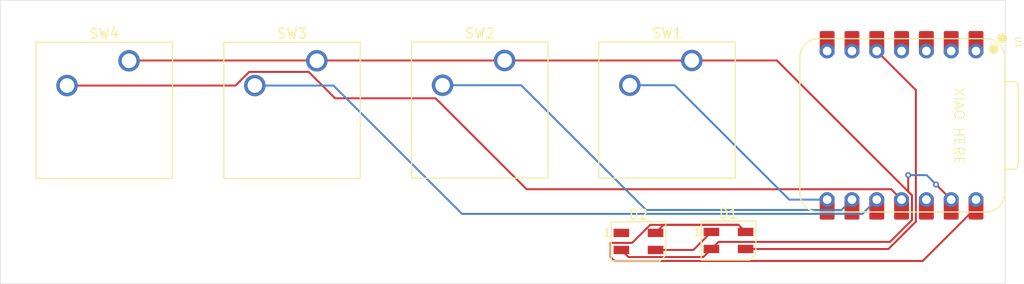
<source format=kicad_pcb>
(kicad_pcb (version 20241229) (generator "pcbnew") (generator_version "9.0")
  (layers (0 "F.Cu" signal) (2 "B.Cu" signal) (13 "F.Paste" user) (15 "B.Paste" user) (5 "F.SilkS" user "F.Silkscreen") (7 "B.SilkS" user "B.Silkscreen") (1 "F.Mask" user) (3 "B.Mask" user) (25 "Edge.Cuts" user))
  (net 0 "")
  (net 1 "Net-(D1-DOUT)")
  (net 2 "+5V")
  (net 3 "Net-(D1-DIN)")
  (net 4 "GND")
  (net 6 "Net-(U1-GPIO1{slash}RX)")
  (net 7 "Net-(U1-GPIO2{slash}SCK)")
  (net 8 "Net-(U1-GPIO4{slash}MISO)")
  (net 9 "Net-(U1-GPIO3{slash}MOSI)")
  (footprint "LED_SMD:LED_SK6812MINI_PLCC4_3.5x3.5mm_P1.75mm" (layer "F.Cu") (at 135.3 84.38)
    (property "Reference" "D2" (at 0 -2.75 0) (layer "F.SilkS"))
    (property "Value" "SK6812MINI")
    (fp_line (start -2.8 -2) (end -2.8 2) (stroke (width 0.12)) (layer "F.SilkS"))
    (fp_line (start -2.8 -2) (end 2.8 -2) (stroke (width 0.12)) (layer "F.SilkS"))
    (fp_line (start -2.8 2) (end 2.2 2) (stroke (width 0.12)) (layer "F.SilkS"))
    (fp_line (start 2.8 1.4) (end 2.2 2) (stroke (width 0.12)) (layer "F.SilkS"))
    (fp_line (start 2.8 1.4) (end 2.8 -2) (stroke (width 0.12)) (layer "F.SilkS"))
    (fp_text user "1" (at -3.2 -0.875 0) (layer "F.SilkS") (effects (font (size 0.8 0.8))))
    (pad "1" smd rect (at -1.75 -0.875) (size 1.6 0.85) (layers "F.Cu" "F.Mask" "F.Paste"))
    (pad "2" smd rect (at -1.75 0.875) (size 1.6 0.85) (layers "F.Cu" "F.Mask" "F.Paste") (net 4 "GND"))
    (pad "3" smd rect (at 1.75 0.875) (size 1.6 0.85) (layers "F.Cu" "F.Mask" "F.Paste") (net 1 "Net-(D1-DOUT)"))
    (pad "4" smd rect (at 1.75 -0.875) (size 1.6 0.85) (layers "F.Cu" "F.Mask" "F.Paste") (net 2 "+5V"))
  )
  (footprint "Button_Switch_Keyboard:SW_Cherry_MX_1.00u_PCB" (layer "F.Cu") (at 102.37 65.85)
    (property "Reference" "SW3" (at -2.54 -2.794 0) (layer "F.SilkS"))
    (property "Value" "SW_Push")
    (fp_line (start -9.525 -1.905) (end 4.445 -1.905) (stroke (width 0.12)) (layer "F.SilkS"))
    (fp_line (start -9.525 12.065) (end -9.525 -1.905) (stroke (width 0.12)) (layer "F.SilkS"))
    (fp_line (start 4.445 -1.905) (end 4.445 12.065) (stroke (width 0.12)) (layer "F.SilkS"))
    (fp_line (start 4.445 12.065) (end -9.525 12.065) (stroke (width 0.12)) (layer "F.SilkS"))
    (pad "" np_thru_hole circle (at -7.62 5.08) (size 1.7 1.7) (drill 1.7) (layers "*.Cu" "*.Mask"))
    (pad "" np_thru_hole circle (at -2.54 5.08) (size 4 4) (drill 4) (layers "*.Cu" "*.Mask"))
    (pad "" np_thru_hole circle (at 2.54 5.08) (size 1.7 1.7) (drill 1.7) (layers "*.Cu" "*.Mask"))
    (pad "1" thru_hole circle (at 0 0) (size 2.2 2.2) (drill 1.5) (layers "*.Cu" "*.Mask") (net 4 "GND"))
    (pad "2" thru_hole circle (at -6.35 2.54) (size 2.2 2.2) (drill 1.5) (layers "*.Cu" "*.Mask") (net 8 "Net-(U1-GPIO4{slash}MISO)"))
  )
  (footprint "OPL:XIAO-RP2040-DIP" (layer "F.Cu") (at 162.24 72.47 -90)
    (property "Reference" "U1" (at -8.5 -12 270) (layer "F.SilkS") (effects (font (size 0.635 0.635) (thickness 0.1016))))
    (property "Value" "XIAO-RP2040-DIP")
    (fp_line (start -6.985 10.414) (end 6.985 10.414) (stroke (width 0.127)) (layer "F.SilkS"))
    (fp_line (start -8.89 8.509) (end -8.89 -8.636) (stroke (width 0.127)) (layer "F.SilkS"))
    (fp_line (start 8.89 8.509) (end 8.89 -8.636) (stroke (width 0.127)) (layer "F.SilkS"))
    (fp_line (start -4.495 -10.541) (end -4.491272 -11.451272) (stroke (width 0.127)) (layer "F.SilkS"))
    (fp_line (start 6.985 -10.541) (end -6.985 -10.541) (stroke (width 0.1)) (layer "F.SilkS"))
    (fp_line (start 6.985 -10.541) (end -6.985 -10.541) (stroke (width 0.127)) (layer "F.SilkS"))
    (fp_line (start 4.504 -11.451) (end 4.504 -10.541) (stroke (width 0.127)) (layer "F.SilkS"))
    (fp_line (start -3.991272 -11.951) (end 4.004 -11.951) (stroke (width 0.127)) (layer "F.SilkS"))
    (fp_arc (start -6.985 10.414) (mid -8.332038 9.856038) (end -8.89 8.509) (stroke (width 0.127)) (layer "F.SilkS"))
    (fp_arc (start 8.89 8.509) (mid 8.332038 9.856038) (end 6.985 10.414) (stroke (width 0.127)) (layer "F.SilkS"))
    (fp_arc (start -8.89 -8.636) (mid -8.332038 -9.983038) (end -6.985 -10.541) (stroke (width 0.127)) (layer "F.SilkS"))
    (fp_arc (start 6.985 -10.541) (mid 8.332038 -9.983038) (end 8.89 -8.636) (stroke (width 0.127)) (layer "F.SilkS"))
    (fp_arc (start -4.491272 -11.451272) (mid -4.344728 -11.80464) (end -3.991272 -11.951) (stroke (width 0.127)) (layer "F.SilkS"))
    (fp_arc (start 4.004 -11.951) (mid 4.357553 -11.804553) (end 4.504 -11.451) (stroke (width 0.127)) (layer "F.SilkS"))
    (fp_circle (center -7.807 -9.42) (end -7.807 -9.674) (stroke (width 0.5)) (fill yes) (layer "F.SilkS"))
    (fp_circle (center -8.95 -10.3) (end -8.95 -10.554) (stroke (width 0.5)) (fill yes) (layer "F.SilkS"))
    (pad "1" smd roundrect (at -8.455 -7.62 90) (size 2.432 1.524) (layers "F.Cu" "F.Mask") (roundrect_rratio 0.1))
    (pad "1" thru_hole circle (at -7.62 -7.62 90) (size 1.524 1.524) (drill 0.889) (layers "*.Cu" "*.Mask"))
    (pad "2" smd roundrect (at -8.455 -5.08 90) (size 2.432 1.524) (layers "F.Cu" "F.Mask") (roundrect_rratio 0.1))
    (pad "2" thru_hole circle (at -7.62 -5.08 90) (size 1.524 1.524) (drill 0.889) (layers "*.Cu" "*.Mask"))
    (pad "3" smd roundrect (at -8.455 -2.54 90) (size 2.432 1.524) (layers "F.Cu" "F.Mask") (roundrect_rratio 0.1))
    (pad "3" thru_hole circle (at -7.62 -2.54 90) (size 1.524 1.524) (drill 0.889) (layers "*.Cu" "*.Mask"))
    (pad "4" smd roundrect (at -8.455 0 90) (size 2.432 1.524) (layers "F.Cu" "F.Mask") (roundrect_rratio 0.1))
    (pad "4" thru_hole circle (at -7.62 0 90) (size 1.524 1.524) (drill 0.889) (layers "*.Cu" "*.Mask"))
    (pad "5" smd roundrect (at -8.455 2.54 90) (size 2.432 1.524) (layers "F.Cu" "F.Mask") (roundrect_rratio 0.1) (net 3 "Net-(D1-DIN)"))
    (pad "5" thru_hole circle (at -7.62 2.54 90) (size 1.524 1.524) (drill 0.889) (layers "*.Cu" "*.Mask") (net 3 "Net-(D1-DIN)"))
    (pad "6" smd roundrect (at -8.455 5.08 90) (size 2.432 1.524) (layers "F.Cu" "F.Mask") (roundrect_rratio 0.1))
    (pad "6" thru_hole circle (at -7.62 5.08 90) (size 1.524 1.524) (drill 0.889) (layers "*.Cu" "*.Mask"))
    (pad "7" smd roundrect (at -8.455 7.62 90) (size 2.432 1.524) (layers "F.Cu" "F.Mask") (roundrect_rratio 0.1))
    (pad "7" thru_hole circle (at -7.62 7.62 90) (size 1.524 1.524) (drill 0.889) (layers "*.Cu" "*.Mask"))
    (pad "8" thru_hole circle (at 7.62 7.62 270) (size 1.524 1.524) (drill 0.889) (layers "*.Cu" "*.Mask") (net 6 "Net-(U1-GPIO1{slash}RX)"))
    (pad "8" smd roundrect (at 8.455 7.62 270) (size 2.432 1.524) (layers "F.Cu" "F.Mask") (roundrect_rratio 0.1) (net 6 "Net-(U1-GPIO1{slash}RX)"))
    (pad "9" thru_hole circle (at 7.62 5.08 270) (size 1.524 1.524) (drill 0.889) (layers "*.Cu" "*.Mask") (net 7 "Net-(U1-GPIO2{slash}SCK)"))
    (pad "9" smd roundrect (at 8.455 5.08 270) (size 2.432 1.524) (layers "F.Cu" "F.Mask") (roundrect_rratio 0.1) (net 7 "Net-(U1-GPIO2{slash}SCK)"))
    (pad "10" thru_hole circle (at 7.62 2.54 270) (size 1.524 1.524) (drill 0.889) (layers "*.Cu" "*.Mask") (net 8 "Net-(U1-GPIO4{slash}MISO)"))
    (pad "10" smd roundrect (at 8.455 2.54 270) (size 2.432 1.524) (layers "F.Cu" "F.Mask") (roundrect_rratio 0.1) (net 8 "Net-(U1-GPIO4{slash}MISO)"))
    (pad "11" thru_hole circle (at 7.62 0 270) (size 1.524 1.524) (drill 0.889) (layers "*.Cu" "*.Mask") (net 9 "Net-(U1-GPIO3{slash}MOSI)"))
    (pad "11" smd roundrect (at 8.455 0 270) (size 2.432 1.524) (layers "F.Cu" "F.Mask") (roundrect_rratio 0.1) (net 9 "Net-(U1-GPIO3{slash}MOSI)"))
    (pad "12" thru_hole circle (at 7.62 -2.54 270) (size 1.524 1.524) (drill 0.889) (layers "*.Cu" "*.Mask"))
    (pad "12" smd roundrect (at 8.455 -2.54 270) (size 2.432 1.524) (layers "F.Cu" "F.Mask") (roundrect_rratio 0.1))
    (pad "13" thru_hole circle (at 7.62 -5.08 270) (size 1.524 1.524) (drill 0.889) (layers "*.Cu" "*.Mask") (net 4 "GND"))
    (pad "13" smd roundrect (at 8.455 -5.08 270) (size 2.432 1.524) (layers "F.Cu" "F.Mask") (roundrect_rratio 0.1) (net 4 "GND"))
    (pad "14" thru_hole circle (at 7.62 -7.62 270) (size 1.524 1.524) (drill 0.889) (layers "*.Cu" "*.Mask") (net 2 "+5V"))
    (pad "14" smd roundrect (at 8.455 -7.62 270) (size 2.432 1.524) (layers "F.Cu" "F.Mask") (roundrect_rratio 0.1) (net 2 "+5V"))
  )
  (footprint "Button_Switch_Keyboard:SW_Cherry_MX_1.00u_PCB" (layer "F.Cu") (at 83.14 65.85)
    (property "Reference" "SW4" (at -2.54 -2.794 0) (layer "F.SilkS"))
    (property "Value" "SW_Push")
    (fp_line (start -9.525 -1.905) (end 4.445 -1.905) (stroke (width 0.12)) (layer "F.SilkS"))
    (fp_line (start -9.525 12.065) (end -9.525 -1.905) (stroke (width 0.12)) (layer "F.SilkS"))
    (fp_line (start 4.445 -1.905) (end 4.445 12.065) (stroke (width 0.12)) (layer "F.SilkS"))
    (fp_line (start 4.445 12.065) (end -9.525 12.065) (stroke (width 0.12)) (layer "F.SilkS"))
    (pad "" np_thru_hole circle (at -7.62 5.08) (size 1.7 1.7) (drill 1.7) (layers "*.Cu" "*.Mask"))
    (pad "" np_thru_hole circle (at -2.54 5.08) (size 4 4) (drill 4) (layers "*.Cu" "*.Mask"))
    (pad "" np_thru_hole circle (at 2.54 5.08) (size 1.7 1.7) (drill 1.7) (layers "*.Cu" "*.Mask"))
    (pad "1" thru_hole circle (at 0 0) (size 2.2 2.2) (drill 1.5) (layers "*.Cu" "*.Mask") (net 4 "GND"))
    (pad "2" thru_hole circle (at -6.35 2.54) (size 2.2 2.2) (drill 1.5) (layers "*.Cu" "*.Mask") (net 9 "Net-(U1-GPIO3{slash}MOSI)"))
  )
  (footprint "Button_Switch_Keyboard:SW_Cherry_MX_1.00u_PCB" (layer "F.Cu") (at 121.59 65.82)
    (property "Reference" "SW2" (at -2.54 -2.794 0) (layer "F.SilkS"))
    (property "Value" "SW_Push")
    (fp_line (start -9.525 -1.905) (end 4.445 -1.905) (stroke (width 0.12)) (layer "F.SilkS"))
    (fp_line (start -9.525 12.065) (end -9.525 -1.905) (stroke (width 0.12)) (layer "F.SilkS"))
    (fp_line (start 4.445 -1.905) (end 4.445 12.065) (stroke (width 0.12)) (layer "F.SilkS"))
    (fp_line (start 4.445 12.065) (end -9.525 12.065) (stroke (width 0.12)) (layer "F.SilkS"))
    (pad "" np_thru_hole circle (at -7.62 5.08) (size 1.7 1.7) (drill 1.7) (layers "*.Cu" "*.Mask"))
    (pad "" np_thru_hole circle (at -2.54 5.08) (size 4 4) (drill 4) (layers "*.Cu" "*.Mask"))
    (pad "" np_thru_hole circle (at 2.54 5.08) (size 1.7 1.7) (drill 1.7) (layers "*.Cu" "*.Mask"))
    (pad "1" thru_hole circle (at 0 0) (size 2.2 2.2) (drill 1.5) (layers "*.Cu" "*.Mask") (net 4 "GND"))
    (pad "2" thru_hole circle (at -6.35 2.54) (size 2.2 2.2) (drill 1.5) (layers "*.Cu" "*.Mask") (net 7 "Net-(U1-GPIO2{slash}SCK)"))
  )
  (footprint "LED_SMD:LED_SK6812MINI_PLCC4_3.5x3.5mm_P1.75mm" (layer "F.Cu") (at 144.52 84.28)
    (property "Reference" "D1" (at 0 -2.75 0) (layer "F.SilkS"))
    (property "Value" "SK6812MINI")
    (fp_line (start -2.8 -2) (end -2.8 2) (stroke (width 0.12)) (layer "F.SilkS"))
    (fp_line (start -2.8 -2) (end 2.8 -2) (stroke (width 0.12)) (layer "F.SilkS"))
    (fp_line (start -2.8 2) (end 2.2 2) (stroke (width 0.12)) (layer "F.SilkS"))
    (fp_line (start 2.8 1.4) (end 2.2 2) (stroke (width 0.12)) (layer "F.SilkS"))
    (fp_line (start 2.8 1.4) (end 2.8 -2) (stroke (width 0.12)) (layer "F.SilkS"))
    (fp_text user "1" (at -3.2 -0.875 0) (layer "F.SilkS") (effects (font (size 0.8 0.8))))
    (pad "1" smd rect (at -1.75 -0.875) (size 1.6 0.85) (layers "F.Cu" "F.Mask" "F.Paste") (net 1 "Net-(D1-DOUT)"))
    (pad "2" smd rect (at -1.75 0.875) (size 1.6 0.85) (layers "F.Cu" "F.Mask" "F.Paste") (net 4 "GND"))
    (pad "3" smd rect (at 1.75 0.875) (size 1.6 0.85) (layers "F.Cu" "F.Mask" "F.Paste") (net 3 "Net-(D1-DIN)"))
    (pad "4" smd rect (at 1.75 -0.875) (size 1.6 0.85) (layers "F.Cu" "F.Mask" "F.Paste") (net 2 "+5V"))
  )
  (footprint "Button_Switch_Keyboard:SW_Cherry_MX_1.00u_PCB" (layer "F.Cu") (at 140.76 65.82)
    (property "Reference" "SW1" (at -2.54 -2.794 0) (layer "F.SilkS"))
    (property "Value" "SW_Push")
    (fp_line (start -9.525 -1.905) (end 4.445 -1.905) (stroke (width 0.12)) (layer "F.SilkS"))
    (fp_line (start -9.525 12.065) (end -9.525 -1.905) (stroke (width 0.12)) (layer "F.SilkS"))
    (fp_line (start 4.445 -1.905) (end 4.445 12.065) (stroke (width 0.12)) (layer "F.SilkS"))
    (fp_line (start 4.445 12.065) (end -9.525 12.065) (stroke (width 0.12)) (layer "F.SilkS"))
    (pad "" np_thru_hole circle (at -7.62 5.08) (size 1.7 1.7) (drill 1.7) (layers "*.Cu" "*.Mask"))
    (pad "" np_thru_hole circle (at -2.54 5.08) (size 4 4) (drill 4) (layers "*.Cu" "*.Mask"))
    (pad "" np_thru_hole circle (at 2.54 5.08) (size 1.7 1.7) (drill 1.7) (layers "*.Cu" "*.Mask"))
    (pad "1" thru_hole circle (at 0 0) (size 2.2 2.2) (drill 1.5) (layers "*.Cu" "*.Mask") (net 4 "GND"))
    (pad "2" thru_hole circle (at -6.35 2.54) (size 2.2 2.2) (drill 1.5) (layers "*.Cu" "*.Mask") (net 6 "Net-(U1-GPIO1{slash}RX)"))
  )
  (gr_rect (start 69.95 59.64) (end 172.85 88.73) (stroke (width 0.05)) (fill no) (layer "Edge.Cuts"))
  (gr_text "XIAO HERE" (at 167.54 68.49 270) (layer "F.SilkS") (effects (font (size 1 1) (thickness 0.1)) (justify left bottom)))
  (segment (start 137.05 85.255) (end 140.92 85.255) (width 0.2) (layer "F.Cu") (net 1))
  (segment (start 140.92 85.255) (end 142.77 83.405) (width 0.2) (layer "F.Cu") (net 1))
  (segment (start 146.27 83.405) (end 145.544 82.679) (width 0.2) (layer "F.Cu") (net 2))
  (segment (start 132.449 85.981) (end 132.85 86.382) (width 0.2) (layer "F.Cu") (net 2))
  (segment (start 164.403 86.382) (end 169.86 80.925) (width 0.2) (layer "F.Cu") (net 2))
  (segment (start 137.05 83.505) (end 137.876 82.679) (width 0.2) (layer "F.Cu") (net 2))
  (segment (start 132.85 86.382) (end 164.403 86.382) (width 0.2) (layer "F.Cu") (net 2))
  (segment (start 134.651 84.529) (end 132.449 84.529) (width 0.2) (layer "F.Cu") (net 2))
  (segment (start 136.501 82.679) (end 134.651 84.529) (width 0.2) (layer "F.Cu") (net 2))
  (segment (start 137.876 82.679) (end 145.544 82.679) (width 0.2) (layer "F.Cu") (net 2))
  (segment (start 145.544 82.679) (end 136.501 82.679) (width 0.2) (layer "F.Cu") (net 2))
  (segment (start 132.449 84.529) (end 132.449 85.981) (width 0.2) (layer "F.Cu") (net 2))
  (segment (start 160.895726 85.155) (end 163.704 82.346726) (width 0.2) (layer "F.Cu") (net 3))
  (segment (start 163.704 68.854) (end 159.7 64.85) (width 0.2) (layer "F.Cu") (net 3))
  (segment (start 163.704 82.346726) (end 163.704 68.854) (width 0.2) (layer "F.Cu") (net 3))
  (segment (start 146.27 85.155) (end 160.895726 85.155) (width 0.2) (layer "F.Cu") (net 3))
  (segment (start 140.76 65.82) (end 83.17 65.82) (width 0.2) (layer "F.Cu") (net 4))
  (segment (start 161.054626 84.429) (end 143.496 84.429) (width 0.2) (layer "F.Cu") (net 4))
  (segment (start 133.55 85.255) (end 134.276 85.981) (width 0.2) (layer "F.Cu") (net 4))
  (segment (start 149.47331 65.82) (end 163.303 79.64969) (width 0.2) (layer "F.Cu") (net 4))
  (segment (start 163.303 82.180626) (end 161.054626 84.429) (width 0.2) (layer "F.Cu") (net 4))
  (segment (start 134.276 85.981) (end 141.944 85.981) (width 0.2) (layer "F.Cu") (net 4))
  (segment (start 140.76 65.82) (end 149.47331 65.82) (width 0.2) (layer "F.Cu") (net 4))
  (segment (start 167.32 80.09) (end 167.32 80.925) (width 0.2) (layer "F.Cu") (net 4))
  (segment (start 162.92 79.26669) (end 163.303 79.64969) (width 0.2) (layer "F.Cu") (net 4))
  (segment (start 143.496 84.429) (end 142.77 85.155) (width 0.2) (layer "F.Cu") (net 4))
  (segment (start 163.303 79.64969) (end 163.303 82.180626) (width 0.2) (layer "F.Cu") (net 4))
  (segment (start 141.944 85.981) (end 142.77 85.155) (width 0.2) (layer "F.Cu") (net 4))
  (segment (start 162.92 77.58) (end 162.92 79.26669) (width 0.2) (layer "F.Cu") (net 4))
  (segment (start 167.32 80.09) (end 165.77 78.54) (width 0.2) (layer "F.Cu") (net 4))
  (segment (start 83.17 65.82) (end 83.14 65.85) (width 0.2) (layer "F.Cu") (net 4))
  (via (at 162.92 77.58) (size 0.6) (drill 0.3) (layers "F.Cu" "B.Cu") (net 4))
  (via (at 165.77 78.54) (size 0.6) (drill 0.3) (layers "F.Cu" "B.Cu") (net 4))
  (segment (start 164.81 77.58) (end 162.92 77.58) (width 0.2) (layer "B.Cu") (net 4))
  (segment (start 165.77 78.54) (end 164.81 77.58) (width 0.2) (layer "B.Cu") (net 4))
  (segment (start 139.004816 68.36) (end 150.734816 80.09) (width 0.2) (layer "B.Cu") (net 6))
  (segment (start 134.41 68.36) (end 139.004816 68.36) (width 0.2) (layer "B.Cu") (net 6))
  (segment (start 150.734816 80.09) (end 154.62 80.09) (width 0.2) (layer "B.Cu") (net 6))
  (segment (start 123.28847 68.36) (end 136.08147 81.153) (width 0.2) (layer "B.Cu") (net 7))
  (segment (start 136.08147 81.153) (end 156.097 81.153) (width 0.2) (layer "B.Cu") (net 7))
  (segment (start 156.097 81.153) (end 157.16 80.09) (width 0.2) (layer "B.Cu") (net 7))
  (segment (start 115.24 68.36) (end 123.28847 68.36) (width 0.2) (layer "B.Cu") (net 7))
  (segment (start 96.02 68.39) (end 104.06847 68.39) (width 0.2) (layer "B.Cu") (net 8))
  (segment (start 104.06847 68.39) (end 117.23247 81.554) (width 0.2) (layer "B.Cu") (net 8))
  (segment (start 158.236 81.554) (end 159.7 80.09) (width 0.2) (layer "B.Cu") (net 8))
  (segment (start 117.23247 81.554) (end 158.236 81.554) (width 0.2) (layer "B.Cu") (net 8))
  (segment (start 161.177 79.027) (end 162.24 80.09) (width 0.2) (layer "F.Cu") (net 9))
  (segment (start 94.038686 68.39) (end 95.439686 66.989) (width 0.2) (layer "F.Cu") (net 9))
  (segment (start 104.237686 69.699) (end 114.524184 69.699) (width 0.2) (layer "F.Cu") (net 9))
  (segment (start 101.527686 66.989) (end 104.237686 69.699) (width 0.2) (layer "F.Cu") (net 9))
  (segment (start 95.439686 66.989) (end 101.527686 66.989) (width 0.2) (layer "F.Cu") (net 9))
  (segment (start 76.79 68.39) (end 94.038686 68.39) (width 0.2) (layer "F.Cu") (net 9))
  (segment (start 114.524184 69.699) (end 123.852184 79.027) (width 0.2) (layer "F.Cu") (net 9))
  (segment (start 123.852184 79.027) (end 161.177 79.027) (width 0.2) (layer "F.Cu") (net 9))
)
</source>
